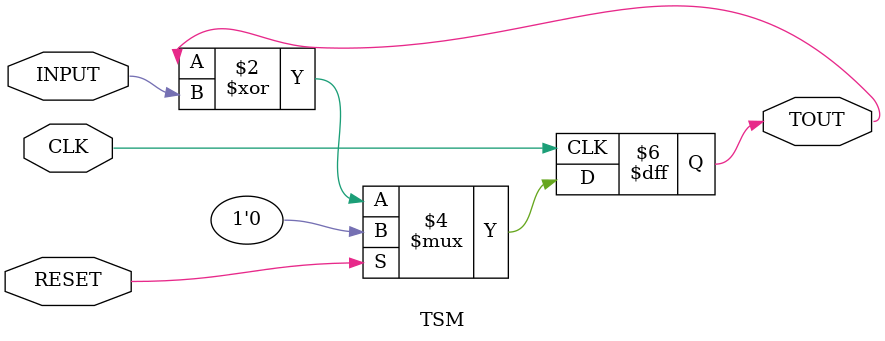
<source format=v>
`timescale 1ns / 1ps


module TSM(CLK, INPUT, RESET, TOUT);
        input CLK, INPUT, RESET;
        output reg TOUT;

    always @ (posedge CLK)
    begin
        if(RESET)
            TOUT <= 1'b0; // RESET the state
        else
            TOUT <= TOUT^INPUT;  // if RESET is not pushed, the OUT value toggle if INPUT is 1
    end

endmodule

</source>
